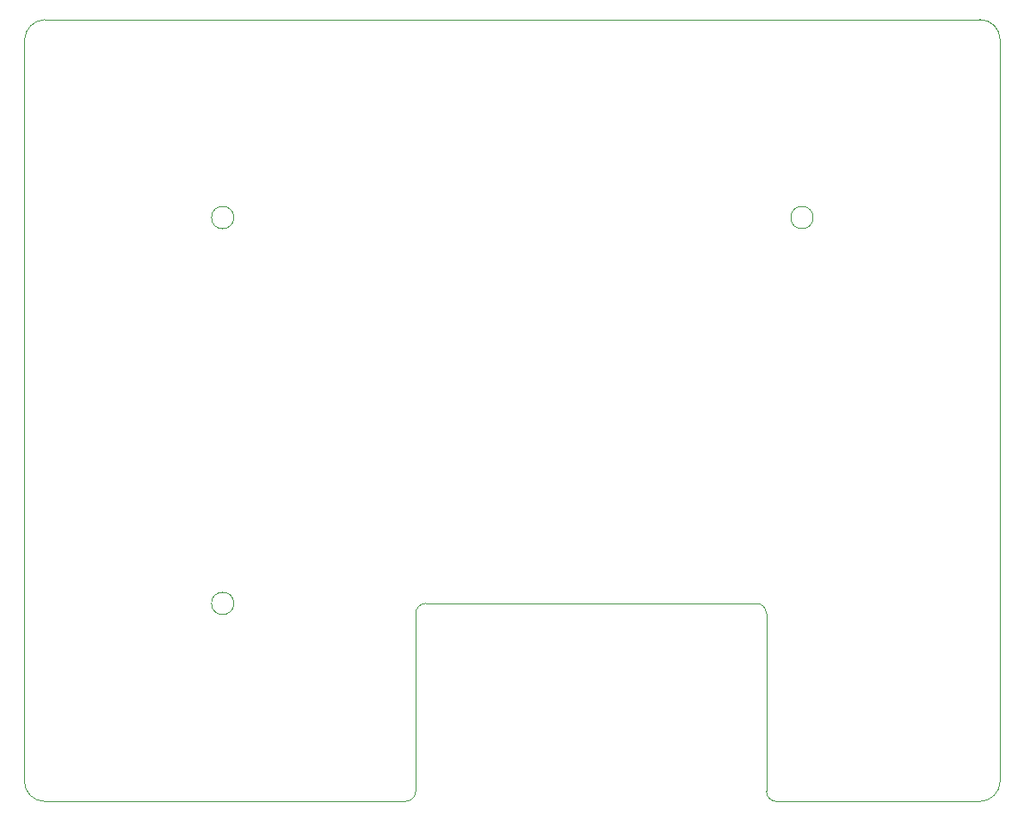
<source format=gm1>
G04 #@! TF.GenerationSoftware,KiCad,Pcbnew,7.0.5*
G04 #@! TF.CreationDate,2023-09-30T13:58:08+09:00*
G04 #@! TF.ProjectId,thorium_pcbr,74686f72-6975-46d5-9f70-6362722e6b69,rev?*
G04 #@! TF.SameCoordinates,Original*
G04 #@! TF.FileFunction,Profile,NP*
%FSLAX46Y46*%
G04 Gerber Fmt 4.6, Leading zero omitted, Abs format (unit mm)*
G04 Created by KiCad (PCBNEW 7.0.5) date 2023-09-30 13:58:08*
%MOMM*%
%LPD*%
G01*
G04 APERTURE LIST*
G04 #@! TA.AperFunction,Profile*
%ADD10C,0.010000*%
G04 #@! TD*
G04 APERTURE END LIST*
D10*
X68000000Y-107500000D02*
G75*
G03*
X69000000Y-106500000I0J1000000D01*
G01*
X68000000Y-107500000D02*
X32500000Y-107500000D01*
X124500000Y-30500000D02*
X32500000Y-30500000D01*
X103500000Y-89000000D02*
G75*
G03*
X102500000Y-88000000I-1000000J0D01*
G01*
X124500000Y-107500000D02*
G75*
G03*
X126500000Y-105500000I800J1999200D01*
G01*
X103500000Y-106500000D02*
X103500000Y-89000000D01*
X126500000Y-32500000D02*
X126500000Y-105500000D01*
X30500000Y-32500000D02*
X30500000Y-105500000D01*
X30500001Y-105500000D02*
G75*
G03*
X32500000Y-107499999I1986799J-13200D01*
G01*
X102500000Y-88000000D02*
X70000000Y-88000000D01*
X124500000Y-107500000D02*
X104500000Y-107500000D01*
X69000000Y-106500000D02*
X69000000Y-89000000D01*
X103500000Y-106500000D02*
G75*
G03*
X104500000Y-107500000I1000000J0D01*
G01*
X126500000Y-32500000D02*
G75*
G03*
X124500000Y-30500000I-1999200J800D01*
G01*
X70000000Y-88000000D02*
G75*
G03*
X69000000Y-89000000I0J-1000000D01*
G01*
X32500000Y-30500000D02*
G75*
G03*
X30500000Y-32500000I84260J-2084260D01*
G01*
X51100000Y-50000000D02*
G75*
G03*
X51100000Y-50000000I-1100000J0D01*
G01*
X51100000Y-88000000D02*
G75*
G03*
X51100000Y-88000000I-1100000J0D01*
G01*
X108100000Y-50000000D02*
G75*
G03*
X108100000Y-50000000I-1100000J0D01*
G01*
M02*

</source>
